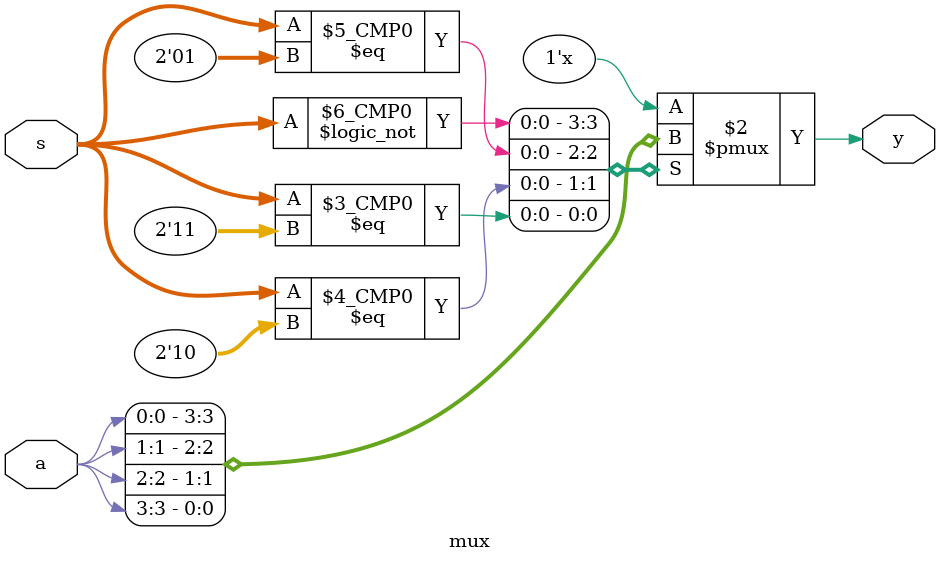
<source format=v>
`timescale 1ns / 1ps

module mux(a,s,y);
input [3:0] a; // ÉùÃ÷Ò»¸ö wire ÐÍÊäÈë±äÁ¿ a£¬Æä±äÁ¿¿í¶ÈÊÇ 4 Î»µÄ¡£
input [1:0] s; // ÉùÃ÷Ò»¸ö wire ÐÍÊäÈë±äÁ¿ s£¬Æä±äÁ¿¿í¶ÈÊÇ 2 Î»µÄ¡£
output reg y; // ÉùÃ÷Ò»¸ö 1 Î» reg ÐÍµÄÊä³ö±äÁ¿ y¡£
always @ (s or a)
begin
    case (s)
        2'b00: y = a[0];
        2'b01: y = a[1];
        2'b10: y = a[2];
        2'b11: y = a[3];
    default: y = 1'b0;
    endcase
end

endmodule

</source>
